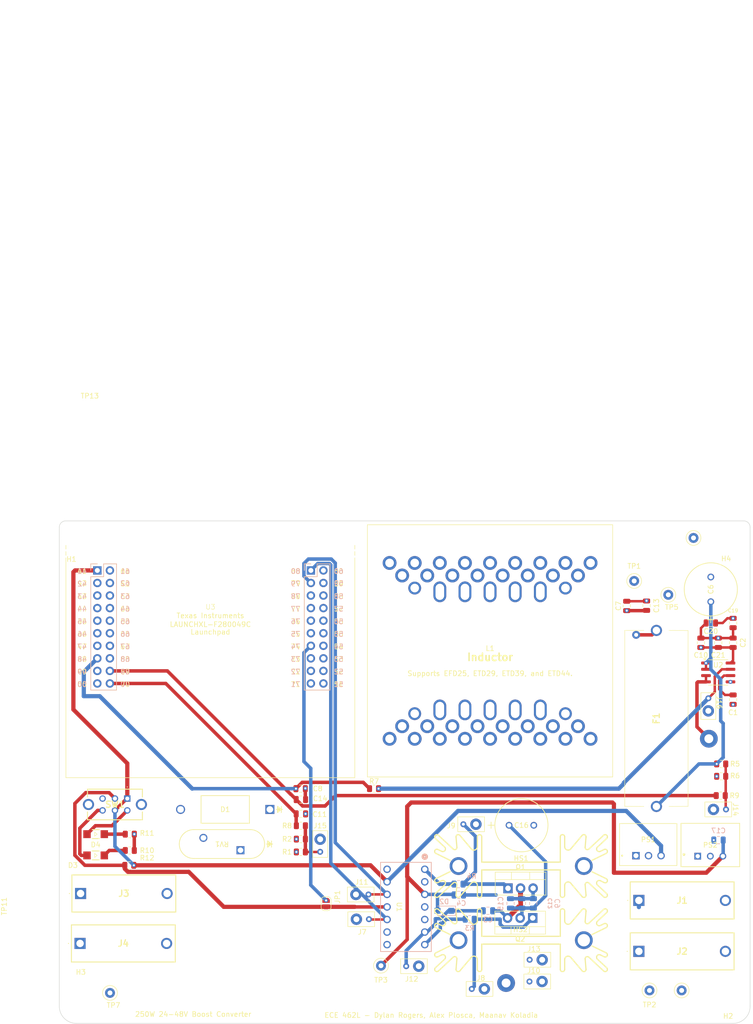
<source format=kicad_pcb>
(kicad_pcb (version 20240108) (generator "pcbnew") (generator_version "8.0")
  (title_block (title "250 W 24-48V Boost Converter") (rev "1"))
  (layers (0 "F.Cu" signal) (1 "In1.Cu" signal) (2 "In2.Cu" signal) (31 "B.Cu" signal) (34 "B.Paste" user) (35 "F.Paste" user) (36 "B.SilkS" user "B.Silkscreen") (37 "F.SilkS" user "F.Silkscreen") (38 "B.Mask" user) (39 "F.Mask" user) (44 "Edge.Cuts" user))
  (net 0 "")
  (net 1 "+3.3V")
  (net 2 "GND")
  (net 3 "Net-(U2-FILTER)")
  (net 4 "Net-(U1-HO)")
  (net 5 "Net-(U1-LO)")
  (net 6 "+24V")
  (net 7 "Net-(C8-Pad1)")
  (net 8 "Net-(C11-Pad1)")
  (net 9 "Net-(C14-Pad1)")
  (net 10 "+12V")
  (net 11 "Vout")
  (net 12 "Net-(D3-A)")
  (net 13 "Net-(D3-K)")
  (net 14 "Net-(D4-A)")
  (net 15 "Net-(D4-K)")
  (net 16 "Vsw")
  (net 17 "/L_in")
  (net 18 "C2000 D ")
  (net 19 "D'")
  (net 20 "D")
  (net 21 "C2000 D'")
  (net 22 "Vboot")
  (net 23 "Vin_sens")
  (net 24 "Vout_sens")
  (net 25 "I_L")
  (net 26 "Net-(JP1-A)")
  (net 27 "SD")
  (net 76 "Vin")
  (footprint "TestPoint:TestPoint_Loop_D1.80mm_Drill1.0mm_Beaded" (layer "F.Cu") (at 29 134.8)
    (property "Reference" "TP7")
    (property "Value" "TestPoint")
  )
  (footprint "ECE462L:TP" (layer "F.Cu") (at 71.5 105 90)
    (property "Reference" "J15")
    (property "Value" "Conn_01x02")
  )
  (footprint "Resistor_SMD:R_0805_2012Metric" (layer "F.Cu") (at 152.6 91 180)
    (property "Reference" "R6")
    (property "Value" "3.3k")
  )
  (footprint "Capacitor_SMD:C_0805_2012Metric" (layer "F.Cu") (at 155 64 90)
    (property "Reference" "C2")
    (property "Value" "0.1μF")
  )
  (footprint "ECE462L:Inductor_wire_conn" (layer "F.Cu") (at 109.1 132.8)
    (property "Reference" "J5" (hide yes))
    (property "Value" "Conn_01x01" (hide yes))
  )
  (footprint "ECE462L:Inductor" (layer "F.Cu") (at 105.86 65.638)
    (property "Reference" "L1")
    (property "Value" "L")
  )
  (footprint "ECE462L:TP" (layer "F.Cu") (at 103.43 134)
    (property "Reference" "J8")
    (property "Value" "Conn_01x02")
  )
  (footprint "ECE462L:V100ZA15P" (layer "F.Cu") (at 55.388 105.95 180)
    (property "Reference" "RV1")
    (property "Value" "Varistor")
  )
  (footprint "TestPoint:TestPoint_Loop_D1.80mm_Drill1.0mm_Beaded" (layer "F.Cu") (at 141.9 54.3)
    (property "Reference" "TP5")
    (property "Value" "TestPoint")
  )
  (footprint "MountingHole:MountingHole_3.2mm_M3" (layer "F.Cu") (at 153.9 135.2)
    (property "Reference" "H2")
    (property "Value" "MountingHole")
  )
  (footprint "ECE462L:WL-SMRW_1206_REC" (layer "F.Cu") (at 26.1 107 180)
    (property "Reference" "D3")
    (property "Value" "LED")
  )
  (footprint "ECE462L:03540101ZXGY" (layer "F.Cu") (at 139.5 79.3 -90)
    (property "Reference" "F1")
    (property "Value" "Fuse" (hide yes))
  )
  (footprint "Capacitor_SMD:C_0805_2012Metric" (layer "F.Cu") (at 155 75.5 -90)
    (property "Reference" "C1")
    (property "Value" "? pF")
  )
  (footprint "ECE462L:TP" (layer "F.Cu") (at 80.1 119.9 180)
    (property "Reference" "J7")
    (property "Value" "Conn_01x02")
  )
  (footprint "Resistor_SMD:R_0805_2012Metric" (layer "F.Cu") (at 67.6 101)
    (property "Reference" "R8")
    (property "Value" "100")
  )
  (footprint "LOGO" (layer "F.Cu") (at 61.7 132)
    (property "Reference" "G***" (hide yes))
    (property "Value" "LOGO" (hide yes))
  )
  (footprint "ECE462L:TP" (layer "F.Cu") (at 115.13 128.1)
    (property "Reference" "J13")
    (property "Value" "Conn_01x02")
  )
  (footprint "Capacitor_SMD:C_0805_2012Metric" (layer "F.Cu") (at 148.5 64 90)
    (property "Reference" "C10")
    (property "Value" "10uF")
  )
  (footprint "ECE462L:1.5KE75A" (layer "F.Cu") (at 61.3312 97.7 180)
    (property "Reference" "D1")
    (property "Value" "D_Zener" (hide yes))
  )
  (footprint "Resistor_SMD:R_0805_2012Metric" (layer "F.Cu") (at 82.4 93.5)
    (property "Reference" "R7")
    (property "Value" "100")
  )
  (footprint "Capacitor_SMD:C_0805_2012Metric" (layer "F.Cu") (at 67.6 95.7)
    (property "Reference" "C14")
    (property "Value" "1n")
  )
  (footprint "Package_TO_SOT_THT:TO-220-3_Vertical" (layer "F.Cu") (at 109.48325 113.65)
    (property "Reference" "Q1")
    (property "Value" "NMOS")
  )
  (footprint "ECE462L:973582101" (layer "F.Cu") (at 23.05 114.7)
    (property "Reference" "J3")
    (property "Value" "973582101" (hide yes))
  )
  (footprint "Capacitor_SMD:C_0805_2012Metric" (layer "F.Cu") (at 133.5 56.55 90)
    (property "Reference" "C7")
    (property "Value" "10uF")
  )
  (footprint "ECE462L:973582100" (layer "F.Cu") (at 22.95 124.8)
    (property "Reference" "J4")
    (property "Value" "973582100" (hide yes))
  )
  (footprint "ECE462L:973582101" (layer "F.Cu") (at 135.95 116.1)
    (property "Reference" "J1")
    (property "Value" "973582101" (hide yes))
  )
  (footprint "ECE462L:TP" (layer "F.Cu") (at 80 114.9 180)
    (property "Reference" "J11")
    (property "Value" "Conn_01x02")
  )
  (footprint "Jumper:SolderJumper-2_P1.3mm_Open_RoundedPad1.0x1.5mm" (layer "F.Cu") (at 72.7 116.75 -90)
    (property "Reference" "JP1")
    (property "Value" "SolderJumper_2_Open")
  )
  (footprint "Capacitor_SMD:C_0805_2012Metric" (layer "F.Cu") (at 67.55 93.5)
    (property "Reference" "C8")
    (property "Value" "1n")
  )
  (footprint "Package_TO_SOT_THT:TO-220-3_Vertical" (layer "F.Cu") (at 114.48325 119.65 180)
    (property "Reference" "Q2")
    (property "Value" "NMOS")
  )
  (footprint "Resistor_SMD:R_0805_2012Metric" (layer "F.Cu") (at 33 106)
    (property "Reference" "R10")
    (property "Value" "R")
  )
  (footprint "MountingHole:MountingHole_3.2mm_M3" (layer "F.Cu") (at 153.6 42.7)
    (property "Reference" "H4")
    (property "Value" "MountingHole")
  )
  (footprint "Resistor_SMD:R_0805_2012Metric" (layer "F.Cu") (at 152.6 88.5)
    (property "Reference" "R5")
    (property "Value" "22k")
  )
  (footprint "Capacitor_SMD:C_0805_2012Metric" (layer "F.Cu") (at 137.5 56.5 90)
    (property "Reference" "C13")
    (property "Value" "10uF")
  )
  (footprint "TestPoint:TestPoint_Loop_D1.80mm_Drill1.0mm_Beaded" (layer "F.Cu") (at 138.1 134.3)
    (property "Reference" "TP2")
    (property "Value" "TestPoint")
  )
  (footprint "ECE462L:WL-SMRW_1206_REC" (layer "F.Cu") (at 26.1 102.7 180)
    (property "Reference" "D4")
    (property "Value" "LED")
  )
  (footprint "ECE462L:Inductor_wire_conn" (layer "F.Cu") (at 150.1 83.4)
    (property "Reference" "J6" (hide yes))
    (property "Value" "Conn_01x01" (hide yes))
  )
  (footprint "Capacitor_SMD:C_0805_2012Metric" (layer "F.Cu") (at 150.5 60 180)
    (property "Reference" "C20")
    (property "Value" "C")
  )
  (footprint "MountingHole:MountingHole_3.2mm_M3" (layer "F.Cu") (at 21.2 42.4)
    (property "Reference" "H1")
    (property "Value" "MountingHole")
  )
  (footprint "ECE462L:TP" (layer "F.Cu") (at 150 76.5 -90)
    (property "Reference" "J16")
    (property "Value" "Conn_01x02")
  )
  (footprint "Capacitor_SMD:C_0805_2012Metric" (layer "F.Cu") (at 67.6 98.6)
    (property "Reference" "C11")
    (property "Value" "1n")
  )
  (footprint "ECE462L:TP" (layer "F.Cu") (at 152.3 97.7 180)
    (property "Reference" "J14")
    (property "Value" "Conn_01x02")
  )
  (footprint "ECE462L:TP" (layer "F.Cu") (at 115.1 132.5)
    (property "Reference" "J10")
    (property "Value" "Conn_01x02")
  )
  (footprint "MountingHole:MountingHole_3.2mm_M3" (layer "F.Cu") (at 23.1 134.8)
    (property "Reference" "H3")
    (property "Value" "MountingHole")
  )
  (footprint "Resistor_SMD:R_0805_2012Metric" (layer "F.Cu") (at 32.9125 109)
    (property "Reference" "R12")
    (property "Value" "R_Small")
  )
  (footprint "Resistor_SMD:R_0805_2012Metric" (layer "F.Cu") (at 33 102.7)
    (property "Reference" "R11")
    (property "Value" "R")
  )
  (footprint "ECE462L:R-78E3.3-1.0" (layer "F.Cu") (at 137.9 104.8)
    (property "Reference" "PS1")
    (property "Value" "R-78E3.3-1.0")
  )
  (footprint "TestPoint:TestPoint_Loop_D1.80mm_Drill1.0mm_Beaded" (layer "F.Cu") (at 147 42.8)
    (property "Reference" "TP13")
    (property "Value" "TestPoint")
  )
  (footprint "TestPoint:TestPoint_Loop_D1.80mm_Drill1.0mm_Beaded" (layer "F.Cu") (at 83.8 129.3)
    (property "Reference" "TP3")
    (property "Value" "TestPoint")
  )
  (footprint "ECE462L:TP" (layer "F.Cu") (at 90.17 129.4)
    (property "Reference" "J12")
    (property "Value" "Conn_01x02")
  )
  (footprint "Capacitor_SMD:C_0805_2012Metric" (layer "F.Cu") (at 152 64 90)
    (property "Reference" "C21")
    (property "Value" "C")
  )
  (footprint "ECE462L:TP" (layer "F.Cu") (at 101.73 100.7)
    (property "Reference" "J9")
    (property "Value" "Conn_01x02")
  )
  (footprint "Package_SO:SOIC-8_3.9x4.9mm_P1.27mm" (layer "F.Cu") (at 152 70)
    (property "Reference" "U2")
    (property "Value" "CT416-HSN820DR")
  )
  (footprint "ECE462L:LAUNCHXL-F280049C_BottomHalf" (layer "F.Cu") (at 49.3 60.8)
    (property "Reference" "U3")
    (property "Value" "LAUNCHXL-F280039C_BottomHalf")
  )
  (footprint "ECE462L:16PX2200MEFC10X20" (layer "F.Cu") (at 109.7 100.9)
    (property "Reference" "C16")
    (property "Value" "100uF")
  )
  (footprint "ECE462L:513102B02500G" (layer "F.Cu") (at 112.18325 109.15)
    (property "Reference" "HS1")
    (property "Value" "Heatsink")
  )
  (footprint "Resistor_SMD:R_0805_2012Metric" (layer "F.Cu") (at 152.5 94.9)
    (property "Reference" "R9")
    (property "Value" "100")
  )
  (footprint "Resistor_SMD:R_0805_2012Metric" (layer "F.Cu") (at 67.6 103.7 180)
    (property "Reference" "R2")
    (property "Value" "3.3k")
  )
  (footprint "ECE462L:513102B02500G" (layer "F.Cu") (at 112.18325 124.15)
    (property "Reference" "HS2")
    (property "Value" "Heatsink")
  )
  (footprint "ECE462L:R-78E-0.5_RCP" (layer "F.Cu") (at 147.86 107.149932)
    (property "Reference" "PS2")
    (property "Value" "R-78E12-0.5")
  )
  (footprint "Capacitor_SMD:C_0805_2012Metric" (layer "F.Cu") (at 155 60 -90)
    (property "Reference" "C19")
    (property "Value" "C")
  )
  (footprint "TestPoint:TestPoint_Loop_D1.80mm_Drill1.0mm_Beaded" (layer "F.Cu") (at 135 51.5)
    (property "Reference" "TP1")
    (property "Value" "TestPoint")
  )
  (footprint "TestPoint:TestPoint_Loop_D1.80mm_Drill1.0mm_Beaded" (layer "F.Cu") (at 144.6 134.3)
    (property "Reference" "TP11")
    (property "Value" "TestPoint")
  )
  (footprint "ECE462L:973582100" (layer "F.Cu") (at 135.95 126.4)
    (property "Reference" "J2")
    (property "Value" "973582100" (hide yes))
  )
  (footprint "Resistor_SMD:R_0805_2012Metric" (layer "F.Cu") (at 67.6 106.3)
    (property "Reference" "R1")
    (property "Value" "47k")
  )
  (footprint "ECE462L:SLW1116297AD" (layer "F.Cu") (at 32.5 95.5 180)
    (property "Reference" "SW1")
    (property "Value" "SW_Push_DPDT" (hide yes))
  )
  (footprint "ECE462L:16PX2200MEFC10X20" (layer "F.Cu") (at 150.5 55.7 90)
    (property "Reference" "C6")
    (property "Value" "100uF")
  )
  (footprint "Capacitor_SMD:C_0805_2012Metric" (layer "B.Cu") (at 114.6 116.7 90)
    (property "Reference" "C9")
    (property "Value" "0.1μF")
  )
  (footprint "ECE462L:1-2199298-3" (layer "B.Cu") (at 92.65325 109.8 -90)
    (property "Reference" "U1")
    (property "Value" "IR2010")
  )
  (footprint "Resistor_SMD:R_0805_2012Metric" (layer "B.Cu") (at 99.48325 112.8)
    (property "Reference" "R4")
    (property "Value" "R_Small")
  )
  (footprint "Diode_SMD:Nexperia_CFP3_SOD-123W" (layer "B.Cu") (at 96.63325 118.2 180)
    (property "Reference" "D2")
    (property "Value" "PMEG10020ELR")
  )
  (footprint "Capacitor_SMD:C_0805_2012Metric" (layer "B.Cu") (at 99.53325 115)
    (property "Reference" "C4")
    (property "Value" "0.1μF")
  )
  (footprint "Capacitor_SMD:C_0805_2012Metric" (layer "B.Cu") (at 105.43325 118.2)
    (property "Reference" "C3")
    (property "Value" "C")
  )
  (footprint "Capacitor_SMD:C_0805_2012Metric" (layer "B.Cu") (at 152.05 103.9 180)
    (property "Reference" "C17")
    (property "Value" "10uF")
  )
  (footprint "Capacitor_SMD:C_0805_2012Metric" (layer "B.Cu") (at 112.3 116.7 90)
    (property "Reference" "C12")
    (property "Value" "0.1μF")
  )
  (footprint "Resistor_SMD:R_0805_2012Metric" (layer "B.Cu") (at 101.74575 119.9)
    (property "Reference" "R3")
    (property "Value" "R_Small")
  )
  (footprint "Capacitor_SMD:C_0805_2012Metric" (layer "B.Cu") (at 110 116.7 90)
    (property "Reference" "C15")
    (property "Value" "0.1μF")
  )
  (gr_line (start 158.45 137.510482) (end 158.45 40.65) (stroke (width 0.1)) (layer "Edge.Cuts"))
  (gr_line (start 22.2 140.960482) (end 155 140.960482) (stroke (width 0.1)) (layer "Edge.Cuts"))
  (gr_line (start 20.05 39.35) (end 157.15 39.35) (stroke (width 0.1)) (layer "Edge.Cuts"))
  (gr_arc (start 18.75 40.65) (mid 19.130761 39.730761) (end 20.05 39.35) (stroke (width 0.1)) (layer "Edge.Cuts"))
  (gr_line (start 18.75 137.510482) (end 18.75 40.65) (stroke (width 0.1)) (layer "Edge.Cuts"))
  (gr_arc (start 157.15 39.35) (mid 158.069239 39.730761) (end 158.45 40.65) (stroke (width 0.1)) (layer "Edge.Cuts"))
  (gr_arc (start 158.45 137.510482) (mid 157.439518 139.95) (end 155 140.960482) (stroke (width 0.1)) (layer "Edge.Cuts"))
  (gr_arc (start 22.2 140.960482) (mid 19.760482 139.95) (end 18.75 137.510482) (stroke (width 0.1)) (layer "Edge.Cuts"))
  (gr_text "ECE 462L - Dylan Rogers, Alex Plosca, Maanav Koladia" (at 72.3 139.9 0) (layer "F.SilkS") (effects (font (size 1 1)) (justify left bottom)))
  (gr_text "250W 24-48V Boost Converter" (at 34 139.7 0) (layer "F.SilkS") (effects (font (size 1 1)) (justify left bottom)))
  (segment (start 155 67.57) (end 154.475 68.095) (width 0.5) (layer "F.Cu") (net 1))
  (segment (start 32.5 95.5) (end 32.4 95.5) (width 0.7) (layer "F.Cu") (net 1))
  (segment (start 32.4 95.5) (end 30 97.9) (width 0.7) (layer "F.Cu") (net 1))
  (segment (start 155 64.95) (end 155 67.57) (width 0.5) (layer "F.Cu") (net 1))
  (segment (start 21.93 49.37) (end 26.44 49.37) (width 0.85) (layer "F.Cu") (net 1))
  (segment (start 152.9 60) (end 151.45 60) (width 0.5) (layer "F.Cu") (net 1))
  (segment (start 148.5 64.95) (end 152 64.95) (width 0.5) (layer "F.Cu") (net 1))
  (segment (start 32.5 95.5) (end 32.5 88.4) (width 0.85) (layer "F.Cu") (net 1))
  (segment (start 21.6 49.7) (end 21.93 49.37) (width 0.85) (layer "F.Cu") (net 1))
  (segment (start 153.85 59.05) (end 152.9 60) (width 0.5) (layer "F.Cu") (net 1))
  (segment (start 155 64.95) (end 152 64.95) (width 0.5) (layer "F.Cu") (net 1))
  (segment (start 81.69325 109) (end 85.03325 112.34) (width 0.85) (layer "F.Cu") (net 1))
  (segment (start 33.825 109) (end 81.69325 109) (width 0.85) (layer "F.Cu") (net 1))
  (segment (start 32.5 88.4) (end 21.6 77.5) (width 0.85) (layer "F.Cu") (net 1))
  (segment (start 21.6 77.5) (end 21.6 49.7) (width 0.85) (layer "F.Cu") (net 1))
  (segment (start 155 59.05) (end 153.85 59.05) (width 0.5) (layer "F.Cu") (net 1))
  (via (at 33.825 109) (size 0.8) (drill 0.4) (layers "F.Cu" "B.Cu") (net 1))
  (via (at 148.5 64.95) (size 0.8) (drill 0.4) (layers "F.Cu" "B.Cu") (net 1))
  (via (at 155 59.05) (size 0.8) (drill 0.4) (layers "F.Cu" "B.Cu") (net 1))
  (segment (start 85.03325 112.34) (end 99.37325 98) (width 0.85) (layer "B.Cu") (net 1))
  (segment (start 133.4 98) (end 140.44 105.04) (width 0.85) (layer "B.Cu") (net 1))
  (segment (start 30 105.175) (end 30 97.9) (width 0.7) (layer "B.Cu") (net 1))
  (segment (start 99.37325 98) (end 133.4 98) (width 0.85) (layer "B.Cu") (net 1))
  (segment (start 33.825 109) (end 30 105.175) (width 0.7) (layer "B.Cu") (net 1))
  (segment (start 140.44 105.04) (end 140.44 107.05) (width 0.85) (layer "B.Cu") (net 1))
  (segment (start 148.5 61.05) (end 149.55 60) (width 0.5) (layer "F.Cu") (net 2))
  (segment (start 33.9125 102.7) (end 33.9125 105.9) (width 0.7) (layer "F.Cu") (net 2))
  (segment (start 148.5 63.05) (end 148.5 61.05) (width 0.5) (layer "F.Cu") (net 2))
  (segment (start 68.5 95.65) (end 68.55 95.7) (width 0.7) (layer "F.Cu") (net 2))
  (segment (start 137.45 55.6) (end 137.5 55.55) (width 0.5) (layer "F.Cu") (net 2))
  (segment (start 133.5 55.6) (end 137.45 55.6) (width 0.5) (layer "F.Cu") (net 2))
  (segment (start 148.5 63.05) (end 152 63.05) (width 0.5) (layer "F.Cu") (net 2))
  (segment (start 155 63.05) (end 152 63.05) (width 0.5) (layer "F.Cu") (net 2))
  (segment (start 155 63.05) (end 155 60.95) (width 0.5) (layer "F.Cu") (net 2))
  (segment (start 68.5 93.5) (end 68.5 95.65) (width 0.7) (layer "F.Cu") (net 2))
  (via (at 154.475 71.905) (size 0.8) (drill 0.4) (layers "F.Cu" "B.Cu") (net 2))
  (via (at 33.9125 102.7) (size 0.8) (drill 0.4) (layers "F.Cu" "B.Cu") (net 2))
  (via (at 137.5 55.5) (size 0.8) (drill 0.4) (layers "F.Cu" "B.Cu") (net 2))
  (via (at 66.6875 103.7) (size 0.8) (drill 0.4) (layers "F.Cu" "B.Cu") (net 2))
  (via (at 68.55 98.6) (size 0.8) (drill 0.4) (layers "F.Cu" "B.Cu") (net 2))
  (via (at 151.1 103.9) (size 0.8) (drill 0.4) (layers "F.Cu" "B.Cu") (net 2))
  (via (at 68.5 93.430636) (size 0.8) (drill 0.4) (layers "F.Cu" "B.Cu") (net 2))
  (via (at 155 76.5) (size 0.8) (drill 0.4) (layers "F.Cu" "B.Cu") (net 2))
  (via (at 151.6875 91) (size 0.8) (drill 0.4) (layers "F.Cu" "B.Cu") (net 2))
  (via (at 152 63.05) (size 0.8) (drill 0.4) (layers "F.Cu" "B.Cu") (net 2))
  (segment (start 100.48325 115) (end 107.08325 115) (width 0.7) (layer "B.Cu") (net 2))
  (segment (start 114.56325 113.65) (end 114.56325 115.71325) (width 0.7) (layer "B.Cu") (net 2))
  (segment (start 110 115.75) (end 112.3 115.75) (width 0.7) (layer "B.Cu") (net 2))
  (segment (start 114.6 115.75) (end 112.3 115.75) (width 0.7) (layer "B.Cu") (net 2))
  (segment (start 114.56325 115.71325) (end 114.6 115.75) (width 0.7) (layer "B.Cu") (net 2))
  (segment (start 153.35 74.55) (end 152.2 73.4) (width 0.5) (layer "F.Cu") (net 3))
  (segment (start 153.165 70.635) (end 154.475 70.635) (width 0.5) (layer "F.Cu") (net 3))
  (segment (start 155 74.55) (end 153.35 74.55) (width 0.5) (layer "F.Cu") (net 3))
  (segment (start 152.2 71.6) (end 153.165 70.635) (width 0.5) (layer "F.Cu") (net 3))
  (segment (start 152.2 73.4) (end 152.2 71.6) (width 0.5) (layer "F.Cu") (net 3))
  (segment (start 95.8 120.8) (end 95.9 120.7) (width 0.7) (layer "B.Cu") (net 4))
  (segment (start 95.9 120.7) (end 96.2 120.7) (width 0.7) (layer "B.Cu") (net 4))
  (segment (start 97 119.9) (end 100.83325 119.9) (width 0.7) (layer "B.Cu") (net 4))
  (segment (start 96.2 120.7) (end 97 119.9) (width 0.7) (layer "B.Cu") (net 4))
  (segment (start 92.65325 125.04) (end 95.8 121.89325) (width 0.7) (layer "B.Cu") (net 4))
  (segment (start 95.8 121.89325) (end 95.8 120.8) (width 0.7) (layer "B.Cu") (net 4))
  (segment (start 92.65325 109.8) (end 95.65325 112.8) (width 0.75) (layer "B.Cu") (net 5))
  (segment (start 95.65325 112.8) (end 98.57075 112.8) (width 0.75) (layer "B.Cu") (net 5))
  (segment (start 138.6 62.4) (end 139.5 61.5) (width 0.7) (layer "F.Cu") (net 6))
  (segment (start 135.4 62.4) (end 138.6 62.4) (width 0.7) (layer "F.Cu") (net 6))
  (segment (start 137.45 57.5) (end 137.5 57.45) (width 0.7) (layer "F.Cu") (net 6))
  (segment (start 133.5 57.5) (end 137.45 57.5) (width 0.7) (layer "F.Cu") (net 6))
  (via (at 133.5 57.5) (size 0.8) (drill 0.4) (layers "F.Cu" "B.Cu") (net 6))
  (via (at 135.4 62.4) (size 1.6) (drill 0.8) (layers "F.Cu" "B.Cu") (net 6))
  (segment (start 135.95 116.1) (end 135.95 117.45) (width 0.85) (layer "B.Cu") (net 6))
  (segment (start 81.4875 93.5) (end 80.2125 92.225) (width 0.7) (layer "F.Cu") (net 7))
  (segment (start 67.875 92.225) (end 66.6 93.5) (width 0.7) (layer "F.Cu") (net 7))
  (segment (start 80.2125 92.225) (end 67.875 92.225) (width 0.7) (layer "F.Cu") (net 7))
  (via (at 66.6 93.5) (size 0.8) (drill 0.4) (layers "F.Cu" "B.Cu") (net 7))
  (segment (start 23.7 74.8) (end 26.924034 74.8) (width 0.85) (layer "B.Cu") (net 7))
  (segment (start 66.6 93.5) (end 45.624034 93.5) (width 0.7) (layer "B.Cu") (net 7))
  (segment (start 26.44 67.15) (end 23.7 69.89) (width 0.85) (layer "B.Cu") (net 7))
  (segment (start 23.7 69.89) (end 23.7 74.8) (width 0.85) (layer "B.Cu") (net 7))
  (segment (start 26.924034 74.8) (end 45.624034 93.5) (width 0.85) (layer "B.Cu") (net 7))
  (segment (start 66.65 98.6) (end 66.65 100.9625) (width 0.7) (layer "F.Cu") (net 8))
  (segment (start 40.28 72.23) (end 28.98 72.23) (width 0.7) (layer "F.Cu") (net 8))
  (segment (start 66.65 100.9625) (end 66.6875 101) (width 0.7) (layer "F.Cu") (net 8))
  (segment (start 66.65 98.6) (end 40.28 72.23) (width 0.7) (layer "F.Cu") (net 8))
  (segment (start 67.95 97) (end 72.5 97) (width 0.7) (layer "F.Cu") (net 9))
  (segment (start 66.65 95.7) (end 65.55 94.6) (width 0.7) (layer "F.Cu") (net 9))
  (segment (start 65.51 94.6) (end 40.6 69.69) (width 0.7) (layer "F.Cu") (net 9))
  (segment (start 72.5 97) (end 74.6 94.9) (width 0.7) (layer "F.Cu") (net 9))
  (segment (start 65.55 94.6) (end 65.51 94.6) (width 0.7) (layer "F.Cu") (net 9))
  (segment (start 40.6 69.69) (end 28.98 69.69) (width 0.7) (layer "F.Cu") (net 9))
  (segment (start 66.65 95.7) (end 67.95 97) (width 0.7) (layer "F.Cu") (net 9))
  (segment (start 74.6 94.9) (end 151.5875 94.9) (width 0.7) (layer "F.Cu") (net 9))
  (segment (start 89.1 124) (end 89.1 111.3) (width 0.7) (layer "F.Cu") (net 10))
  (segment (start 89.1 97.1) (end 89.1 111.3) (width 0.85) (layer "F.Cu") (net 10))
  (segment (start 130.9 96.6) (end 130.6 96.3) (width 0.85) (layer "F.Cu") (net 10))
  (segment (start 89.3 111.52675) (end 92.65325 114.88) (width 0.85) (layer "F.Cu") (net 10))
  (segment (start 89.1 111.3) (end 89.3 111.5) (width 0.85) (layer "F.Cu") (net 10))
  (segment (start 130.9 110.5) (end 130.9 96.6) (width 0.85) (layer "F.Cu") (net 10))
  (segment (start 130.6 96.3) (end 89.9 96.3) (width 0.85) (layer "F.Cu") (net 10))
  (segment (start 83.8 129.3) (end 89.1 124) (width 0.7) (layer "F.Cu") (net 10))
  (segment (start 152.94 107.149932) (end 149.589932 110.5) (width 0.85) (layer "F.Cu") (net 10))
  (segment (start 89.9 96.3) (end 89.1 97.1) (width 0.85) (layer "F.Cu") (net 10))
  (segment (start 149.589932 110.5) (end 130.9 110.5) (width 0.85) (layer "F.Cu") (net 10))
  (segment (start 89.3 111.5) (end 89.3 111.52675) (width 0.85) (layer "F.Cu") (net 10))
  (segment (start 153 107.089932) (end 152.94 107.149932) (width 0.7) (layer "B.Cu") (net 10))
  (segment (start 153 103.9) (end 153 107.089932) (width 0.7) (layer "B.Cu") (net 10))
  (segment (start 95.23325 118.2) (end 95.23325 114.88) (width 0.7) (layer "B.Cu") (net 10))
  (segment (start 98.46325 114.88) (end 98.58325 115) (width 0.25) (layer "B.Cu") (net 10))
  (segment (start 95.23325 114.88) (end 98.46325 114.88) (width 0.7) (layer "B.Cu") (net 10))
  (segment (start 92.65325 114.88) (end 95.23325 114.88) (width 0.7) (layer "B.Cu") (net 10))
  (segment (start 61.3312 97.7) (end 61.3312 98.0437) (width 0.85) (layer "F.Cu") (net 11))
  (segment (start 55.388 105.95) (end 55.95 105.95) (width 0.25) (layer "F.Cu") (net 11))
  (via (at 66.6875 106.3) (size 0.8) (drill 0.4) (layers "F.Cu" "B.Cu") (net 11))
  (segment (start 110 117.65) (end 112.3 117.65) (width 0.7) (layer "B.Cu") (net 11))
  (segment (start 114.6 117.65) (end 112.3 117.65) (width 0.7) (layer "B.Cu") (net 11))
  (segment (start 117.1 115.15) (end 117.1 108.3) (width 0.7) (layer "B.Cu") (net 11))
  (segment (start 112.3 119.29325) (end 111.94325 119.65) (width 0.7) (layer "B.Cu") (net 11))
  (segment (start 114.6 117.65) (end 117.1 115.15) (width 0.7) (layer "B.Cu") (net 11))
  (segment (start 112.3 117.65) (end 112.3 119.29325) (width 0.7) (layer "B.Cu") (net 11))
  (segment (start 117.1 108.3) (end 109.7 100.9) (width 0.7) (layer "B.Cu") (net 11))
  (segment (start 26.5 97.9) (end 27.5 97.9) (width 0.7) (layer "F.Cu") (net 12))
  (segment (start 22.9 106.7) (end 22.9 101.5) (width 0.7) (layer "F.Cu") (net 12))
  (segment (start 22.9 101.5) (end 26.5 97.9) (width 0.7) (layer "F.Cu") (net 12))
  (segment (start 23.2 107) (end 22.9 106.7) (width 0.7) (layer "F.Cu") (net 12))
  (segment (start 24.35 107) (end 23.2 107) (width 0.7) (layer "F.Cu") (net 12))
  (segment (start 27.55 97.9) (end 27.45 97.9) (width 0.25) (layer "B.Cu") (net 12))
  (segment (start 28.85 106) (end 27.85 107) (width 0.7) (layer "F.Cu") (net 13))
  (segment (start 32.0875 106) (end 28.85 106) (width 0.7) (layer "F.Cu") (net 13))
  (segment (start 24.35 102.7) (end 26.05 101) (width 0.7) (layer "F.Cu") (net 14))
  (segment (start 29.4 101) (end 32.5 97.9) (width 0.7) (layer "F.Cu") (net 14))
  (segment (start 26.05 101) (end 29.4 101) (width 0.7) (layer "F.Cu") (net 14))
  (segment (start 32.0875 102.7) (end 27.85 102.7) (width 0.7) (layer "F.Cu") (net 15))
  (segment (start 112.02325 117.03) (end 109.40325 119.65) (width 1) (layer "F.Cu") (net 16))
  (segment (start 112.02325 113.65) (end 112.02325 117.03) (width 1) (layer "F.Cu") (net 16))
  (segment (start 107.95325 118.2) (end 109.40325 119.65) (width 0.7) (layer "B.Cu") (net 16))
  (segment (start 109.35325 119.7) (end 109.40325 119.65) (width 0.25) (layer "B.Cu") (net 16))
  (segment (start 106.38325 118.2) (end 107.95325 118.2) (width 0.7) (layer "B.Cu") (net 16))
  (segment (start 149.525 71.905) (end 147.895 71.905) (width 0.7) (layer "F.Cu") (net 17))
  (segment (start 147.895 71.905) (end 147.7 72.1) (width 0.7) (layer "F.Cu") (net 17))
  (segment (start 147.7 72.1) (end 147.7 81) (width 0.7) (layer "F.Cu") (net 17))
  (segment (start 147.7 81) (end 150.1 83.4) (width 0.7) (layer "F.Cu") (net 17))
  (segment (start 149.525 70.635) (end 149.525 71.905) (width 0.5) (layer "F.Cu") (net 17))
  (segment (start 81.43 119.96) (end 81.37 119.9) (width 0.5) (layer "F.Cu") (net 18))
  (segment (start 85.03325 119.96) (end 81.43 119.96) (width 0.5) (layer "F.Cu") (net 18))
  (segment (start 85.03325 119.96) (end 73.65 108.57675) (width 0.7) (layer "B.Cu") (net 18))
  (segment (start 73.37 47.97) (end 71.02 47.97) (width 0.7) (layer "B.Cu") (net 18))
  (segment (start 73.65 108.57675) (end 73.65 48.25) (width 0.7) (layer "B.Cu") (net 18))
  (segment (start 71.02 47.97) (end 69.62 49.37) (width 0.7) (layer "B.Cu") (net 18))
  (segment (start 73.65 48.25) (end 73.37 47.97) (width 0.7) (layer "B.Cu") (net 18))
  (segment (start 108.5 121.5) (end 112.63325 121.5) (width 0.7) (layer "B.Cu") (net 19))
  (segment (start 102.65825 119.9) (end 107.90075 119.9) (width 0.7) (layer "B.Cu") (net 19))
  (segment (start 107.90075 120.90075) (end 108.5 121.5) (width 0.7) (layer "B.Cu") (net 19))
  (segment (start 102.65825 133.50175) (end 102.16 134) (width 0.7) (layer "B.Cu") (net 19))
  (segment (start 112.63325 121.5) (end 114.48325 119.65) (width 0.7) (layer "B.Cu") (net 19))
  (segment (start 102.65825 119.9) (end 102.65825 133.50175) (width 0.7) (layer "B.Cu") (net 19))
  (segment (start 107.90075 119.9) (end 107.90075 120.90075) (width 0.7) (layer "B.Cu") (net 19))
  (segment (start 108.63325 112.8) (end 109.48325 113.65) (width 0.75) (layer "B.Cu") (net 20))
  (segment (start 100.39575 112.8) (end 102.9 110.29575) (width 0.7) (layer "B.Cu") (net 20))
  (segment (start 100.39575 112.8) (end 108.63325 112.8) (width 0.75) (layer "B.Cu") (net 20))
  (segment (start 102.9 103.14) (end 100.46 100.7) (width 0.7) (layer "B.Cu") (net 20))
  (segment (start 102.9 110.29575) (end 102.9 103.14) (width 0.7) (layer "B.Cu") (net 20))
  (segment (start 85.03325 114.88) (end 81.29 114.88) (width 0.5) (layer "F.Cu") (net 21))
  (segment (start 81.29 114.88) (end 81.27 114.9) (width 0.5) (layer "F.Cu") (net 21))
  (segment (start 74.55 104.39675) (end 74.55 47.877208) (width 0.7) (layer "B.Cu") (net 21))
  (segment (start 85.03325 114.88) (end 74.55 104.39675) (width 0.7) (layer "B.Cu") (net 21))
  (segment (start 73.742792 47.07) (end 69.12 47.07) (width 0.7) (layer "B.Cu") (net 21))
  (segment (start 68.22 47.97) (end 68.22 50.51) (width 0.7) (layer "B.Cu") (net 21))
  (segment (start 68.22 50.51) (end 69.62 51.91) (width 0.7) (layer "B.Cu") (net 21))
  (segment (start 74.55 47.877208) (end 73.742792 47.07) (width 0.7) (layer "B.Cu") (net 21))
  (segment (start 69.12 47.07) (end 68.22 47.97) (width 0.7) (layer "B.Cu") (net 21))
  (segment (start 92.65325 122.5) (end 88.9 126.25325) (width 0.7) (layer "B.Cu") (net 22))
  (segment (start 95.827208 119.8) (end 97.427208 118.2) (width 0.7) (layer "B.Cu") (net 22))
  (segment (start 94.8 120.827208) (end 94.8 119.8) (width 0.7) (layer "B.Cu") (net 22))
  (segment (start 93.127208 122.5) (end 94.8 120.827208) (width 0.7) (layer "B.Cu") (net 22))
  (segment (start 94.8 119.8) (end 95.827208 119.8) (width 0.7) (layer "B.Cu") (net 22))
  (segment (start 88.9 126.25325) (end 88.9 129.4) (width 0.7) (layer "B.Cu") (net 22))
  (segment (start 97.427208 118.2) (end 98.03325 118.2) (width 0.7) (layer "B.Cu") (net 22))
  (segment (start 92.65325 122.5) (end 93.127208 122.5) (width 0.7) (layer "B.Cu") (net 22))
  (segment (start 98.03325 118.2) (end 104.48325 118.2) (width 0.7) (layer "B.Cu") (net 22))
  (segment (start 153.5125 91) (end 153.5125 94) (width 0.5) (layer "F.Cu") (net 23))
  (segment (start 153.5125 94) (end 153.5125 97.6875) (width 0.5) (layer "F.Cu") (net 23))
  (segment (start 153.5125 88.5) (end 153.5125 91) (width 0.5) (layer "F.Cu") (net 23))
  (segment (start 153.5125 97.6875) (end 153.5 97.7) (width 0.5) (layer "F.Cu") (net 23))
  (segment (start 153.425 94) (end 153.425 93.825) (width 0.25) (layer "F.Cu") (net 23))
  (segment (start 153.425 93.825) (end 153.5125 93.7375) (width 0.25) (layer "F.Cu") (net 23))
  (segment (start 68.5125 106.3) (end 71.17 106.3) (width 0.5) (layer "F.Cu") (net 24))
  (segment (start 68.5125 106.3) (end 68.5125 103.7) (width 0.7) (layer "F.Cu") (net 24))
  (segment (start 71.17 106.3) (end 71.2 106.27) (width 0.5) (layer "F.Cu") (net 24))
  (segment (start 68.5125 101) (end 68.5125 103.7) (width 0.7) (layer "F.Cu") (net 24))
  (segment (start 152.735 69.365) (end 154.475 69.365) (width 0.5) (layer "F.Cu") (net 25))
  (segment (start 151.3 70.8) (end 152.735 69.365) (width 0.5) (layer "F.Cu") (net 25))
  (segment (start 151.3 73.93) (end 151.3 70.8) (width 0.5) (layer "F.Cu") (net 25))
  (segment (start 150 75.23) (end 151.3 73.93) (width 0.5) (layer "F.Cu") (net 25))
  (via (at 83.3125 93.5) (size 0.8) (drill 0.4) (layers "F.Cu" "B.Cu") (net 25))
  (segment (start 132.9 92.33) (end 132.9 92.5) (width 0.85) (layer "B.Cu") (net 25))
  (segment (start 132.9 92.5) (end 131.9 93.5) (width 0.85) (layer "B.Cu") (net 25))
  (segment (start 150 75.23) (end 132.9 92.33) (width 0.85) (layer "B.Cu") (net 25))
  (segment (start 131.9 93.5) (end 83.3125 93.5) (width 0.85) (layer "B.Cu") (net 25))
  (via (at 72.7 116.1) (size 0.8) (drill 0.4) (layers "F.Cu" "B.Cu") (net 26))
  (segment (start 68.22 66.01) (end 69.62 64.61) (width 0.7) (layer "B.Cu") (net 26))
  (segment (start 69.6 89.4) (end 68.22 88.02) (width 0.7) (layer "B.Cu") (net 26))
  (segment (start 69.6 113) (end 69.6 89.4) (width 0.7) (layer "B.Cu") (net 26))
  (segment (start 72.7 116.1) (end 69.6 113) (width 0.7) (layer "B.Cu") (net 26))
  (segment (start 68.22 88.02) (end 68.22 66.01) (width 0.7) (layer "B.Cu") (net 26))
  (segment (start 21.9 106.972792) (end 21.9 96.5) (width 0.7) (layer "F.Cu") (net 27))
  (segment (start 24.1 94.3) (end 28.8 94.3) (width 0.7) (layer "F.Cu") (net 27))
  (segment (start 78.52 117.42) (end 78.5 117.4) (width 0.7) (layer "F.Cu") (net 27))
  (segment (start 28.8 94.3) (end 30 95.5) (width 0.7) (layer "F.Cu") (net 27))
  (segment (start 32 109.7) (end 32 109) (width 0.85) (layer "F.Cu") (net 27))
  (segment (start 78.5 117.4) (end 52 117.4) (width 0.85) (layer "F.Cu") (net 27))
  (segment (start 44.925 110.325) (end 32.625 110.325) (width 0.85) (layer "F.Cu") (net 27))
  (segment (start 32.625 110.325) (end 32 109.7) (width 0.85) (layer "F.Cu") (net 27))
  (segment (start 23.927208 109) (end 21.9 106.972792) (width 0.7) (layer "F.Cu") (net 27))
  (segment (start 32 108.5) (end 32 109) (width 0.25) (layer "F.Cu") (net 27))
  (segment (start 85.03325 117.42) (end 78.52 117.42) (width 0.7) (layer "F.Cu") (net 27))
  (segment (start 21.9 96.5) (end 24.1 94.3) (width 0.7) (layer "F.Cu") (net 27))
  (segment (start 32 109) (end 23.927208 109) (width 0.7) (layer "F.Cu") (net 27))
  (segment (start 52 117.4) (end 44.925 110.325) (width 0.85) (layer "F.Cu") (net 27))
  (segment (start 149.525 68.095) (end 149.525 69.365) (width 0.5) (layer "F.Cu") (net 76))
  (via (at 149.525 68.095) (size 0.8) (drill 0.4) (layers "F.Cu" "B.Cu") (net 76))
  (via (at 151.6875 88.5) (size 0.8) (drill 0.4) (layers "F.Cu" "B.Cu") (net 76))
  (segment (start 150.5 55.7) (end 150.5 67.12) (width 0.7) (layer "B.Cu") (net 76))
  (segment (start 148.1 88.5) (end 139.5 97.1) (width 0.7) (layer "B.Cu") (net 76))
  (segment (start 150.5 69.4) (end 152.5 71.4) (width 0.7) (layer "B.Cu") (net 76))
  (segment (start 152.5 79.8) (end 153 80.3) (width 0.7) (layer "B.Cu") (net 76))
  (segment (start 152.5 71.4) (end 152.5 79.8) (width 0.7) (layer "B.Cu") (net 76))
  (segment (start 151.6875 88.5) (end 148.1 88.5) (width 0.7) (layer "B.Cu") (net 76))
  (segment (start 150.5 67.12) (end 149.525 68.095) (width 0.7) (layer "B.Cu") (net 76))
  (segment (start 150.5 67.12) (end 150.5 69.4) (width 0.7) (layer "B.Cu") (net 76))
  (segment (start 153 87.1875) (end 151.6875 88.5) (width 0.7) (layer "B.Cu") (net 76))
  (segment (start 153 80.3) (end 153 87.1875) (width 0.7) (layer "B.Cu") (net 76))
)
</source>
